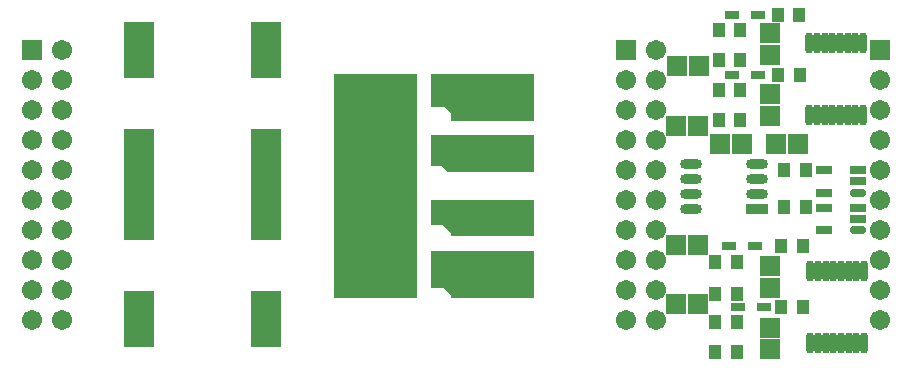
<source format=gts>
G04*
G04 #@! TF.GenerationSoftware,Altium Limited,Altium Designer,20.1.12 (249)*
G04*
G04 Layer_Color=8388736*
%FSLAX25Y25*%
%MOIN*%
G70*
G04*
G04 #@! TF.SameCoordinates,D57ADFAC-2A33-4F97-B865-62DE6D2BA241*
G04*
G04*
G04 #@! TF.FilePolarity,Negative*
G04*
G01*
G75*
%ADD25R,0.06509X0.06706*%
%ADD26O,0.05524X0.02965*%
%ADD27R,0.05524X0.02965*%
%ADD28R,0.07296X0.03359*%
%ADD29O,0.07296X0.03359*%
%ADD30R,0.06706X0.06509*%
%ADD31R,0.04343X0.04540*%
%ADD32R,0.05131X0.02965*%
%ADD33O,0.02572X0.07099*%
%ADD34R,0.09855X0.19107*%
%ADD35R,0.06706X0.06706*%
%ADD36C,0.06706*%
G36*
X174016Y80709D02*
X146457D01*
Y83465D01*
X144488Y85433D01*
X139764D01*
Y96457D01*
X174016D01*
Y80709D01*
D02*
G37*
G36*
Y63779D02*
X145276D01*
X143307Y65748D01*
X139764Y65748D01*
Y75984D01*
X174016D01*
Y63779D01*
D02*
G37*
G36*
X174016Y42520D02*
X146457Y42520D01*
Y43307D01*
X143701Y46063D01*
X139764Y46063D01*
X139764Y54331D01*
X174016D01*
X174016Y42520D01*
D02*
G37*
G36*
X174016Y21654D02*
X146457D01*
X146457Y22835D01*
X144094Y25197D01*
X139764Y25197D01*
X139764Y37402D01*
X174016D01*
Y21654D01*
D02*
G37*
G36*
X135039D02*
X107480D01*
Y96457D01*
X135039D01*
Y21654D01*
D02*
G37*
D25*
X254724Y73228D02*
D03*
X262008D02*
D03*
X236221D02*
D03*
X243504D02*
D03*
X221555Y19685D02*
D03*
X228839D02*
D03*
X221555Y39370D02*
D03*
X228839D02*
D03*
X221555Y79134D02*
D03*
X228839D02*
D03*
X221654Y99213D02*
D03*
X228937D02*
D03*
D26*
X282087Y44291D02*
D03*
Y56890D02*
D03*
D27*
Y48031D02*
D03*
Y51772D02*
D03*
X270669D02*
D03*
Y44291D02*
D03*
X282087Y60630D02*
D03*
Y64370D02*
D03*
X270669D02*
D03*
Y56890D02*
D03*
D28*
X248524Y51555D02*
D03*
D29*
Y56555D02*
D03*
Y61555D02*
D03*
Y66555D02*
D03*
X226279Y51555D02*
D03*
Y56555D02*
D03*
Y61555D02*
D03*
Y66555D02*
D03*
D30*
X252756Y4626D02*
D03*
Y11909D02*
D03*
X252756Y82579D02*
D03*
X252756Y89862D02*
D03*
Y25098D02*
D03*
Y32382D02*
D03*
Y102756D02*
D03*
Y110039D02*
D03*
D31*
X263779Y18898D02*
D03*
X256496D02*
D03*
X241732Y13780D02*
D03*
X234449D02*
D03*
X241732Y3937D02*
D03*
X234449D02*
D03*
X263878Y38976D02*
D03*
X256594D02*
D03*
X241831Y33858D02*
D03*
X234547Y33858D02*
D03*
X241831Y23228D02*
D03*
X234547Y23228D02*
D03*
X264764Y51968D02*
D03*
X257480D02*
D03*
X262697Y96063D02*
D03*
X255413D02*
D03*
X242913Y90945D02*
D03*
X235630D02*
D03*
X242913Y81102D02*
D03*
X235630D02*
D03*
X262598Y116142D02*
D03*
X255315D02*
D03*
X242913Y111024D02*
D03*
X235630D02*
D03*
X242913Y101181D02*
D03*
X235630D02*
D03*
X264764Y64567D02*
D03*
X257480D02*
D03*
D32*
X242126Y18898D02*
D03*
X250787D02*
D03*
X238976Y38976D02*
D03*
X247638Y38976D02*
D03*
X240158Y96063D02*
D03*
X248819D02*
D03*
X240158Y116142D02*
D03*
X248819D02*
D03*
D33*
X266240Y6890D02*
D03*
X268799D02*
D03*
X271358D02*
D03*
X273917D02*
D03*
X276476D02*
D03*
X279035D02*
D03*
X281594D02*
D03*
X284154D02*
D03*
X266240Y30906D02*
D03*
X268799D02*
D03*
X271358D02*
D03*
X273917D02*
D03*
X276476D02*
D03*
X279035D02*
D03*
X281594D02*
D03*
X284154D02*
D03*
X283760Y106890D02*
D03*
X281201D02*
D03*
X278642D02*
D03*
X276083D02*
D03*
X273524D02*
D03*
X270965D02*
D03*
X268406D02*
D03*
X265846D02*
D03*
X283760Y82874D02*
D03*
X281201D02*
D03*
X278642D02*
D03*
X276083D02*
D03*
X273524D02*
D03*
X270965D02*
D03*
X268406D02*
D03*
X265846D02*
D03*
D34*
X84646Y14764D02*
D03*
Y50591D02*
D03*
X42520Y14764D02*
D03*
Y50591D02*
D03*
X84646Y104527D02*
D03*
Y68701D02*
D03*
X42520Y104527D02*
D03*
Y68701D02*
D03*
D35*
X289370Y104567D02*
D03*
X204724D02*
D03*
X6693D02*
D03*
D36*
X289370Y94567D02*
D03*
Y84567D02*
D03*
Y74567D02*
D03*
Y64567D02*
D03*
Y54567D02*
D03*
Y44567D02*
D03*
Y34567D02*
D03*
Y24567D02*
D03*
Y14567D02*
D03*
X214724D02*
D03*
Y24567D02*
D03*
Y34567D02*
D03*
Y44567D02*
D03*
Y54567D02*
D03*
Y64567D02*
D03*
Y74567D02*
D03*
Y84567D02*
D03*
Y94567D02*
D03*
Y104567D02*
D03*
X204724Y14567D02*
D03*
Y24567D02*
D03*
Y34567D02*
D03*
Y44567D02*
D03*
Y54567D02*
D03*
Y64567D02*
D03*
Y74567D02*
D03*
Y84567D02*
D03*
Y94567D02*
D03*
X16693Y14567D02*
D03*
Y24567D02*
D03*
Y34567D02*
D03*
Y44567D02*
D03*
Y54567D02*
D03*
Y64567D02*
D03*
Y74567D02*
D03*
Y84567D02*
D03*
Y94567D02*
D03*
Y104567D02*
D03*
X6693Y14567D02*
D03*
Y24567D02*
D03*
Y34567D02*
D03*
Y44567D02*
D03*
Y54567D02*
D03*
Y64567D02*
D03*
Y74567D02*
D03*
Y84567D02*
D03*
Y94567D02*
D03*
M02*

</source>
